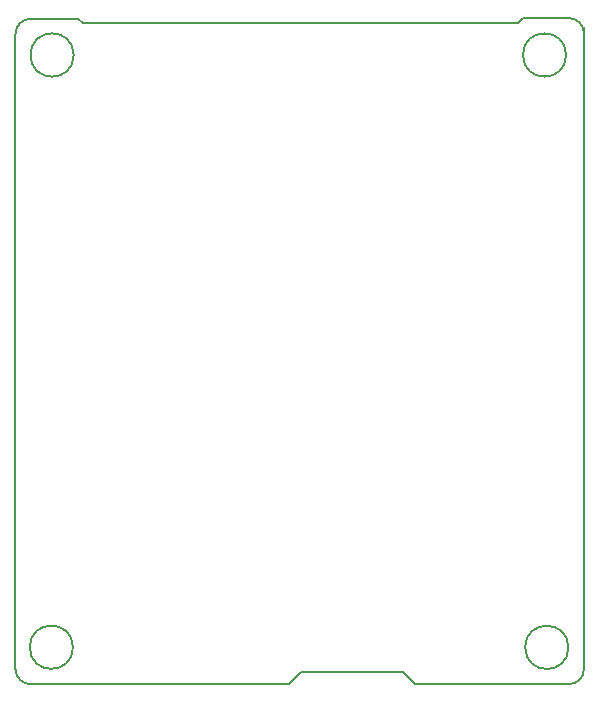
<source format=gm1>
G04 #@! TF.FileFunction,Profile,NP*
%FSLAX46Y46*%
G04 Gerber Fmt 4.6, Leading zero omitted, Abs format (unit mm)*
G04 Created by KiCad (PCBNEW 4.0.6-e0-6349~52~ubuntu16.10.1) date Fri Apr 21 20:54:02 2017*
%MOMM*%
%LPD*%
G01*
G04 APERTURE LIST*
%ADD10C,0.100000*%
%ADD11C,0.200000*%
%ADD12C,0.150000*%
G04 APERTURE END LIST*
D10*
D11*
X148780500Y-119634000D02*
X170624500Y-119634000D01*
X147447000Y-64579500D02*
X147447000Y-118364000D01*
X189992000Y-63690500D02*
X188722000Y-63690500D01*
X190436500Y-63246000D02*
X189992000Y-63690500D01*
X194310000Y-63246000D02*
X190436500Y-63246000D01*
X153162000Y-63690500D02*
X188722000Y-63690500D01*
X152781000Y-63309500D02*
X153162000Y-63690500D01*
X148780500Y-63309500D02*
X152781000Y-63309500D01*
X195580000Y-64008000D02*
X195580000Y-118364000D01*
X181356000Y-119634000D02*
X194373500Y-119634000D01*
X171615100Y-118618000D02*
X170599100Y-119634000D01*
X152378124Y-66370200D02*
G75*
G03X152378124Y-66370200I-1832324J0D01*
G01*
X194262724Y-116522500D02*
G75*
G03X194262724Y-116522500I-1832324J0D01*
G01*
X152314624Y-116509800D02*
G75*
G03X152314624Y-116509800I-1832324J0D01*
G01*
X194072224Y-66370200D02*
G75*
G03X194072224Y-66370200I-1832324J0D01*
G01*
D12*
X171640500Y-118618000D02*
X180276500Y-118618000D01*
X181292500Y-119634000D02*
X180276500Y-118618000D01*
X194310000Y-119634000D02*
G75*
G03X195580000Y-118364000I0J1270000D01*
G01*
X147447000Y-118364000D02*
G75*
G03X148717000Y-119634000I1270000J0D01*
G01*
X195580000Y-64516000D02*
G75*
G03X194310000Y-63246000I-1270000J0D01*
G01*
X148717000Y-63309500D02*
G75*
G03X147447000Y-64579500I0J-1270000D01*
G01*
M02*

</source>
